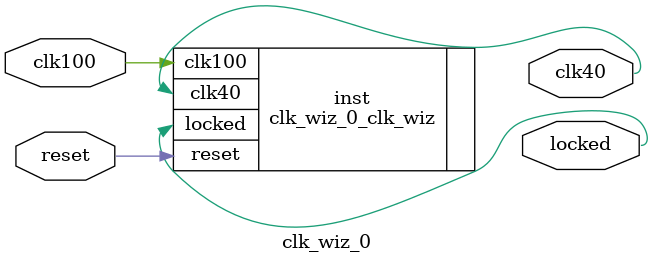
<source format=v>


`timescale 1ps/1ps

(* CORE_GENERATION_INFO = "clk_wiz_0,clk_wiz_v6_0_10_0_0,{component_name=clk_wiz_0,use_phase_alignment=true,use_min_o_jitter=false,use_max_i_jitter=false,use_dyn_phase_shift=false,use_inclk_switchover=false,use_dyn_reconfig=false,enable_axi=0,feedback_source=FDBK_AUTO,PRIMITIVE=PLL,num_out_clk=1,clkin1_period=10.000,clkin2_period=10.000,use_power_down=false,use_reset=true,use_locked=true,use_inclk_stopped=false,feedback_type=SINGLE,CLOCK_MGR_TYPE=NA,manual_override=false}" *)

module clk_wiz_0 
 (
  // Clock out ports
  output        clk40,
  // Status and control signals
  input         reset,
  output        locked,
 // Clock in ports
  input         clk100
 );

  clk_wiz_0_clk_wiz inst
  (
  // Clock out ports  
  .clk40(clk40),
  // Status and control signals               
  .reset(reset), 
  .locked(locked),
 // Clock in ports
  .clk100(clk100)
  );

endmodule

</source>
